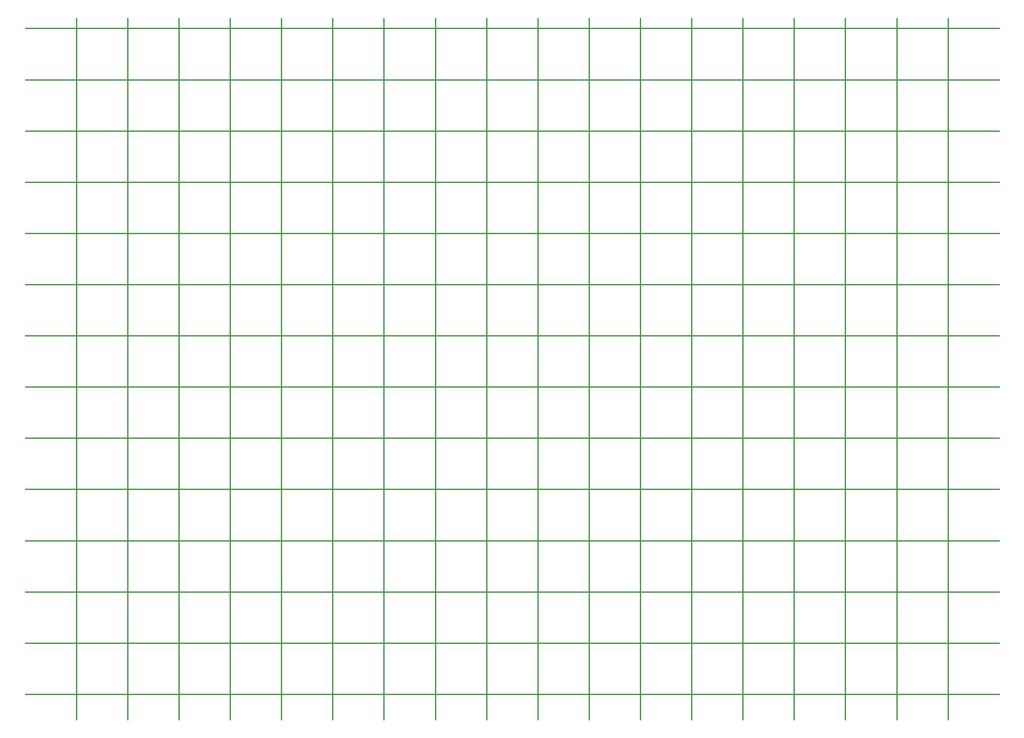
<source format=gbo>
%FSLAX25Y25*%
%MOIN*%
G70*
G01*
G75*
G04 Layer_Color=32896*
%ADD10R,0.03800X0.03500*%
G04:AMPARAMS|DCode=11|XSize=39.37mil|YSize=50mil|CornerRadius=0mil|HoleSize=0mil|Usage=FLASHONLY|Rotation=65.000|XOffset=0mil|YOffset=0mil|HoleType=Round|Shape=Rectangle|*
%AMROTATEDRECTD11*
4,1,4,0.01434,-0.02841,-0.03098,-0.00728,-0.01434,0.02841,0.03098,0.00728,0.01434,-0.02841,0.0*
%
%ADD11ROTATEDRECTD11*%

%ADD12R,0.04000X0.05000*%
G04:AMPARAMS|DCode=13|XSize=40mil|YSize=50mil|CornerRadius=10mil|HoleSize=0mil|Usage=FLASHONLY|Rotation=0.000|XOffset=0mil|YOffset=0mil|HoleType=Round|Shape=RoundedRectangle|*
%AMROUNDEDRECTD13*
21,1,0.04000,0.03000,0,0,0.0*
21,1,0.02000,0.05000,0,0,0.0*
1,1,0.02000,0.01000,-0.01500*
1,1,0.02000,-0.01000,-0.01500*
1,1,0.02000,-0.01000,0.01500*
1,1,0.02000,0.01000,0.01500*
%
%ADD13ROUNDEDRECTD13*%
%ADD14R,0.11811X0.19685*%
%ADD15C,0.01000*%
%ADD16C,0.03937*%
%ADD17C,0.11811*%
%ADD18C,0.00500*%
%ADD19C,0.00600*%
%ADD20R,0.04600X0.04300*%
G04:AMPARAMS|DCode=21|XSize=47.37mil|YSize=58mil|CornerRadius=0mil|HoleSize=0mil|Usage=FLASHONLY|Rotation=65.000|XOffset=0mil|YOffset=0mil|HoleType=Round|Shape=Rectangle|*
%AMROTATEDRECTD21*
4,1,4,0.01627,-0.03372,-0.03629,-0.00921,-0.01627,0.03372,0.03629,0.00921,0.01627,-0.03372,0.0*
%
%ADD21ROTATEDRECTD21*%

%ADD22R,0.04800X0.05800*%
G04:AMPARAMS|DCode=23|XSize=48mil|YSize=58mil|CornerRadius=12mil|HoleSize=0mil|Usage=FLASHONLY|Rotation=0.000|XOffset=0mil|YOffset=0mil|HoleType=Round|Shape=RoundedRectangle|*
%AMROUNDEDRECTD23*
21,1,0.04800,0.03400,0,0,0.0*
21,1,0.02400,0.05800,0,0,0.0*
1,1,0.02400,0.01200,-0.01700*
1,1,0.02400,-0.01200,-0.01700*
1,1,0.02400,-0.01200,0.01700*
1,1,0.02400,0.01200,0.01700*
%
%ADD23ROUNDEDRECTD23*%
%ADD24R,0.12611X0.20485*%
%ADD25C,0.12611*%
D15*
X0Y19685D02*
X748032D01*
X0Y59055D02*
X748032D01*
X0Y98425D02*
X748032D01*
X0Y137795D02*
X748032D01*
X0Y177165D02*
X748032D01*
X0Y216535D02*
X748032D01*
X0Y255906D02*
X748032D01*
X0Y295276D02*
X748032D01*
X0Y334646D02*
X748032D01*
X0Y374016D02*
X748032D01*
X0Y413386D02*
X748032D01*
X0Y452756D02*
X748032D01*
X0Y492126D02*
X748032D01*
X0Y531496D02*
X748032D01*
X708661Y0D02*
Y539370D01*
X669291Y0D02*
Y539370D01*
X590551Y0D02*
Y539370D01*
X629921Y0D02*
Y539370D01*
X472441Y0D02*
Y539370D01*
X433071Y0D02*
Y539370D01*
X511811Y0D02*
Y539370D01*
X551181Y0D02*
Y539370D01*
X314961Y0D02*
Y539370D01*
X275590Y0D02*
Y539370D01*
X354331Y0D02*
Y539370D01*
X393701Y0D02*
Y539370D01*
X157480Y0D02*
Y539370D01*
X118110Y0D02*
Y539370D01*
X196850Y0D02*
Y539370D01*
X236221Y0D02*
Y539370D01*
X39370Y0D02*
Y539370D01*
X78740Y0D02*
Y539370D01*
M02*

</source>
